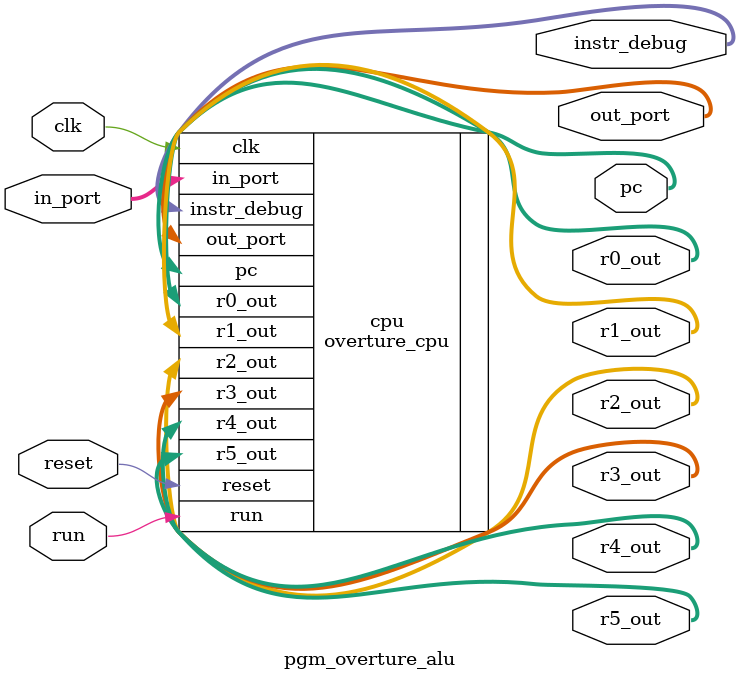
<source format=sv>
module pgm_overture_alu (
    input        clk,
    input        reset,
    input        run,
    input  [7:0] in_port,
    output [7:0] pc,
    output [7:0] out_port,
    output [7:0] instr_debug,
    output [7:0] r0_out,
    output [7:0] r1_out,
    output [7:0] r2_out,
    output [7:0] r3_out,
    output [7:0] r4_out,
    output [7:0] r5_out
);

    // Program wrapper for overture_alu.txt.
    overture_cpu cpu (
        .clk(clk),
        .reset(reset),
        .run(run),
        .in_port(in_port),
        .pc(pc),
        .out_port(out_port),
        .instr_debug(instr_debug),
        .r0_out(r0_out),
        .r1_out(r1_out),
        .r2_out(r2_out),
        .r3_out(r3_out),
        .r4_out(r4_out),
        .r5_out(r5_out)
    );

endmodule

</source>
